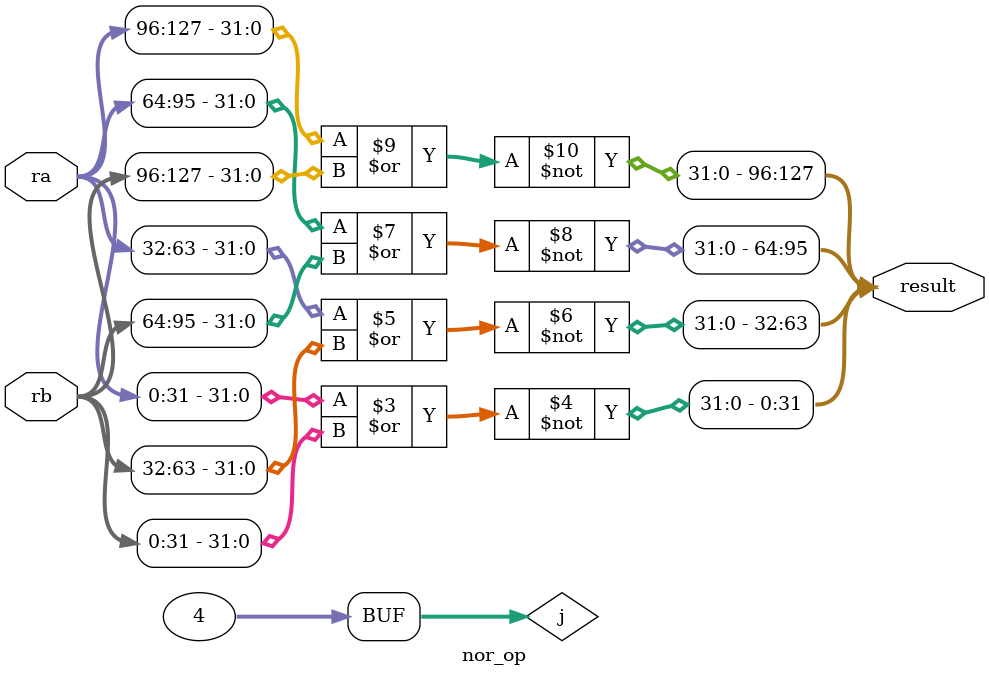
<source format=v>
module nor_op(
  input [0:127] ra,
  input [0:127] rb,

  output [0:127] result
);
integer j;
always @(*) begin
  for (j = 0; j < 4; j = j + 1) begin
    result[j*32 +: 32] = ~(ra[j*32 +: 32] | rb[j*32 +: 32]);
  end
end

endmodule
</source>
